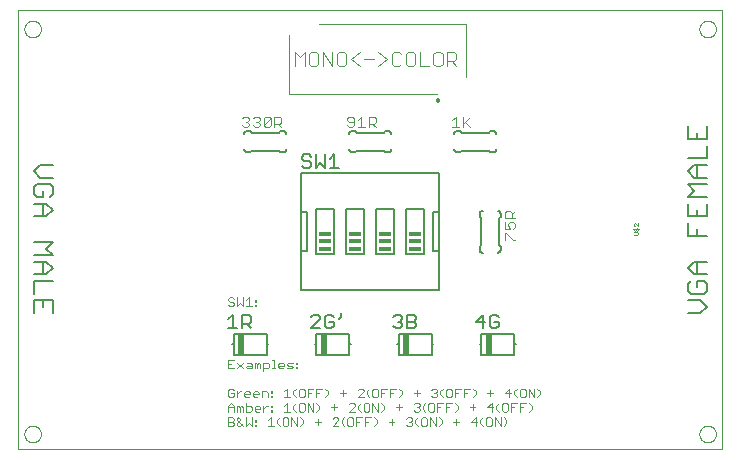
<source format=gto>
G75*
%MOIN*%
%OFA0B0*%
%FSLAX25Y25*%
%IPPOS*%
%LPD*%
%AMOC8*
5,1,8,0,0,1.08239X$1,22.5*
%
%ADD10C,0.00000*%
%ADD11C,0.00300*%
%ADD12C,0.00600*%
%ADD13C,0.00500*%
%ADD14R,0.04000X0.01500*%
%ADD15C,0.00200*%
%ADD16C,0.00400*%
%ADD17C,0.00394*%
%ADD18C,0.00787*%
%ADD19R,0.02000X0.07000*%
D10*
X0025955Y0001800D02*
X0025955Y0148001D01*
X0260876Y0148001D01*
X0260876Y0001800D01*
X0025955Y0001800D01*
X0028199Y0006800D02*
X0028201Y0006905D01*
X0028207Y0007010D01*
X0028217Y0007114D01*
X0028231Y0007218D01*
X0028249Y0007322D01*
X0028271Y0007424D01*
X0028296Y0007526D01*
X0028326Y0007627D01*
X0028359Y0007726D01*
X0028396Y0007824D01*
X0028437Y0007921D01*
X0028482Y0008016D01*
X0028530Y0008109D01*
X0028581Y0008201D01*
X0028637Y0008290D01*
X0028695Y0008377D01*
X0028757Y0008462D01*
X0028821Y0008545D01*
X0028889Y0008625D01*
X0028960Y0008702D01*
X0029034Y0008776D01*
X0029111Y0008848D01*
X0029190Y0008917D01*
X0029272Y0008982D01*
X0029356Y0009045D01*
X0029443Y0009104D01*
X0029532Y0009160D01*
X0029623Y0009213D01*
X0029716Y0009262D01*
X0029810Y0009307D01*
X0029906Y0009349D01*
X0030004Y0009387D01*
X0030103Y0009421D01*
X0030204Y0009452D01*
X0030305Y0009478D01*
X0030408Y0009501D01*
X0030511Y0009520D01*
X0030615Y0009535D01*
X0030719Y0009546D01*
X0030824Y0009553D01*
X0030929Y0009556D01*
X0031034Y0009555D01*
X0031139Y0009550D01*
X0031243Y0009541D01*
X0031347Y0009528D01*
X0031451Y0009511D01*
X0031554Y0009490D01*
X0031656Y0009465D01*
X0031757Y0009437D01*
X0031856Y0009404D01*
X0031955Y0009368D01*
X0032052Y0009328D01*
X0032147Y0009285D01*
X0032241Y0009237D01*
X0032333Y0009187D01*
X0032423Y0009133D01*
X0032511Y0009075D01*
X0032596Y0009014D01*
X0032679Y0008950D01*
X0032760Y0008883D01*
X0032838Y0008813D01*
X0032913Y0008739D01*
X0032985Y0008664D01*
X0033055Y0008585D01*
X0033121Y0008504D01*
X0033185Y0008420D01*
X0033245Y0008334D01*
X0033301Y0008246D01*
X0033355Y0008155D01*
X0033405Y0008063D01*
X0033451Y0007969D01*
X0033494Y0007873D01*
X0033533Y0007775D01*
X0033568Y0007677D01*
X0033599Y0007576D01*
X0033627Y0007475D01*
X0033651Y0007373D01*
X0033671Y0007270D01*
X0033687Y0007166D01*
X0033699Y0007062D01*
X0033707Y0006957D01*
X0033711Y0006852D01*
X0033711Y0006748D01*
X0033707Y0006643D01*
X0033699Y0006538D01*
X0033687Y0006434D01*
X0033671Y0006330D01*
X0033651Y0006227D01*
X0033627Y0006125D01*
X0033599Y0006024D01*
X0033568Y0005923D01*
X0033533Y0005825D01*
X0033494Y0005727D01*
X0033451Y0005631D01*
X0033405Y0005537D01*
X0033355Y0005445D01*
X0033301Y0005354D01*
X0033245Y0005266D01*
X0033185Y0005180D01*
X0033121Y0005096D01*
X0033055Y0005015D01*
X0032985Y0004936D01*
X0032913Y0004861D01*
X0032838Y0004787D01*
X0032760Y0004717D01*
X0032679Y0004650D01*
X0032596Y0004586D01*
X0032511Y0004525D01*
X0032423Y0004467D01*
X0032333Y0004413D01*
X0032241Y0004363D01*
X0032147Y0004315D01*
X0032052Y0004272D01*
X0031955Y0004232D01*
X0031856Y0004196D01*
X0031757Y0004163D01*
X0031656Y0004135D01*
X0031554Y0004110D01*
X0031451Y0004089D01*
X0031347Y0004072D01*
X0031243Y0004059D01*
X0031139Y0004050D01*
X0031034Y0004045D01*
X0030929Y0004044D01*
X0030824Y0004047D01*
X0030719Y0004054D01*
X0030615Y0004065D01*
X0030511Y0004080D01*
X0030408Y0004099D01*
X0030305Y0004122D01*
X0030204Y0004148D01*
X0030103Y0004179D01*
X0030004Y0004213D01*
X0029906Y0004251D01*
X0029810Y0004293D01*
X0029716Y0004338D01*
X0029623Y0004387D01*
X0029532Y0004440D01*
X0029443Y0004496D01*
X0029356Y0004555D01*
X0029272Y0004618D01*
X0029190Y0004683D01*
X0029111Y0004752D01*
X0029034Y0004824D01*
X0028960Y0004898D01*
X0028889Y0004975D01*
X0028821Y0005055D01*
X0028757Y0005138D01*
X0028695Y0005223D01*
X0028637Y0005310D01*
X0028581Y0005399D01*
X0028530Y0005491D01*
X0028482Y0005584D01*
X0028437Y0005679D01*
X0028396Y0005776D01*
X0028359Y0005874D01*
X0028326Y0005973D01*
X0028296Y0006074D01*
X0028271Y0006176D01*
X0028249Y0006278D01*
X0028231Y0006382D01*
X0028217Y0006486D01*
X0028207Y0006590D01*
X0028201Y0006695D01*
X0028199Y0006800D01*
X0253199Y0006800D02*
X0253201Y0006905D01*
X0253207Y0007010D01*
X0253217Y0007114D01*
X0253231Y0007218D01*
X0253249Y0007322D01*
X0253271Y0007424D01*
X0253296Y0007526D01*
X0253326Y0007627D01*
X0253359Y0007726D01*
X0253396Y0007824D01*
X0253437Y0007921D01*
X0253482Y0008016D01*
X0253530Y0008109D01*
X0253581Y0008201D01*
X0253637Y0008290D01*
X0253695Y0008377D01*
X0253757Y0008462D01*
X0253821Y0008545D01*
X0253889Y0008625D01*
X0253960Y0008702D01*
X0254034Y0008776D01*
X0254111Y0008848D01*
X0254190Y0008917D01*
X0254272Y0008982D01*
X0254356Y0009045D01*
X0254443Y0009104D01*
X0254532Y0009160D01*
X0254623Y0009213D01*
X0254716Y0009262D01*
X0254810Y0009307D01*
X0254906Y0009349D01*
X0255004Y0009387D01*
X0255103Y0009421D01*
X0255204Y0009452D01*
X0255305Y0009478D01*
X0255408Y0009501D01*
X0255511Y0009520D01*
X0255615Y0009535D01*
X0255719Y0009546D01*
X0255824Y0009553D01*
X0255929Y0009556D01*
X0256034Y0009555D01*
X0256139Y0009550D01*
X0256243Y0009541D01*
X0256347Y0009528D01*
X0256451Y0009511D01*
X0256554Y0009490D01*
X0256656Y0009465D01*
X0256757Y0009437D01*
X0256856Y0009404D01*
X0256955Y0009368D01*
X0257052Y0009328D01*
X0257147Y0009285D01*
X0257241Y0009237D01*
X0257333Y0009187D01*
X0257423Y0009133D01*
X0257511Y0009075D01*
X0257596Y0009014D01*
X0257679Y0008950D01*
X0257760Y0008883D01*
X0257838Y0008813D01*
X0257913Y0008739D01*
X0257985Y0008664D01*
X0258055Y0008585D01*
X0258121Y0008504D01*
X0258185Y0008420D01*
X0258245Y0008334D01*
X0258301Y0008246D01*
X0258355Y0008155D01*
X0258405Y0008063D01*
X0258451Y0007969D01*
X0258494Y0007873D01*
X0258533Y0007775D01*
X0258568Y0007677D01*
X0258599Y0007576D01*
X0258627Y0007475D01*
X0258651Y0007373D01*
X0258671Y0007270D01*
X0258687Y0007166D01*
X0258699Y0007062D01*
X0258707Y0006957D01*
X0258711Y0006852D01*
X0258711Y0006748D01*
X0258707Y0006643D01*
X0258699Y0006538D01*
X0258687Y0006434D01*
X0258671Y0006330D01*
X0258651Y0006227D01*
X0258627Y0006125D01*
X0258599Y0006024D01*
X0258568Y0005923D01*
X0258533Y0005825D01*
X0258494Y0005727D01*
X0258451Y0005631D01*
X0258405Y0005537D01*
X0258355Y0005445D01*
X0258301Y0005354D01*
X0258245Y0005266D01*
X0258185Y0005180D01*
X0258121Y0005096D01*
X0258055Y0005015D01*
X0257985Y0004936D01*
X0257913Y0004861D01*
X0257838Y0004787D01*
X0257760Y0004717D01*
X0257679Y0004650D01*
X0257596Y0004586D01*
X0257511Y0004525D01*
X0257423Y0004467D01*
X0257333Y0004413D01*
X0257241Y0004363D01*
X0257147Y0004315D01*
X0257052Y0004272D01*
X0256955Y0004232D01*
X0256856Y0004196D01*
X0256757Y0004163D01*
X0256656Y0004135D01*
X0256554Y0004110D01*
X0256451Y0004089D01*
X0256347Y0004072D01*
X0256243Y0004059D01*
X0256139Y0004050D01*
X0256034Y0004045D01*
X0255929Y0004044D01*
X0255824Y0004047D01*
X0255719Y0004054D01*
X0255615Y0004065D01*
X0255511Y0004080D01*
X0255408Y0004099D01*
X0255305Y0004122D01*
X0255204Y0004148D01*
X0255103Y0004179D01*
X0255004Y0004213D01*
X0254906Y0004251D01*
X0254810Y0004293D01*
X0254716Y0004338D01*
X0254623Y0004387D01*
X0254532Y0004440D01*
X0254443Y0004496D01*
X0254356Y0004555D01*
X0254272Y0004618D01*
X0254190Y0004683D01*
X0254111Y0004752D01*
X0254034Y0004824D01*
X0253960Y0004898D01*
X0253889Y0004975D01*
X0253821Y0005055D01*
X0253757Y0005138D01*
X0253695Y0005223D01*
X0253637Y0005310D01*
X0253581Y0005399D01*
X0253530Y0005491D01*
X0253482Y0005584D01*
X0253437Y0005679D01*
X0253396Y0005776D01*
X0253359Y0005874D01*
X0253326Y0005973D01*
X0253296Y0006074D01*
X0253271Y0006176D01*
X0253249Y0006278D01*
X0253231Y0006382D01*
X0253217Y0006486D01*
X0253207Y0006590D01*
X0253201Y0006695D01*
X0253199Y0006800D01*
X0253199Y0141800D02*
X0253201Y0141905D01*
X0253207Y0142010D01*
X0253217Y0142114D01*
X0253231Y0142218D01*
X0253249Y0142322D01*
X0253271Y0142424D01*
X0253296Y0142526D01*
X0253326Y0142627D01*
X0253359Y0142726D01*
X0253396Y0142824D01*
X0253437Y0142921D01*
X0253482Y0143016D01*
X0253530Y0143109D01*
X0253581Y0143201D01*
X0253637Y0143290D01*
X0253695Y0143377D01*
X0253757Y0143462D01*
X0253821Y0143545D01*
X0253889Y0143625D01*
X0253960Y0143702D01*
X0254034Y0143776D01*
X0254111Y0143848D01*
X0254190Y0143917D01*
X0254272Y0143982D01*
X0254356Y0144045D01*
X0254443Y0144104D01*
X0254532Y0144160D01*
X0254623Y0144213D01*
X0254716Y0144262D01*
X0254810Y0144307D01*
X0254906Y0144349D01*
X0255004Y0144387D01*
X0255103Y0144421D01*
X0255204Y0144452D01*
X0255305Y0144478D01*
X0255408Y0144501D01*
X0255511Y0144520D01*
X0255615Y0144535D01*
X0255719Y0144546D01*
X0255824Y0144553D01*
X0255929Y0144556D01*
X0256034Y0144555D01*
X0256139Y0144550D01*
X0256243Y0144541D01*
X0256347Y0144528D01*
X0256451Y0144511D01*
X0256554Y0144490D01*
X0256656Y0144465D01*
X0256757Y0144437D01*
X0256856Y0144404D01*
X0256955Y0144368D01*
X0257052Y0144328D01*
X0257147Y0144285D01*
X0257241Y0144237D01*
X0257333Y0144187D01*
X0257423Y0144133D01*
X0257511Y0144075D01*
X0257596Y0144014D01*
X0257679Y0143950D01*
X0257760Y0143883D01*
X0257838Y0143813D01*
X0257913Y0143739D01*
X0257985Y0143664D01*
X0258055Y0143585D01*
X0258121Y0143504D01*
X0258185Y0143420D01*
X0258245Y0143334D01*
X0258301Y0143246D01*
X0258355Y0143155D01*
X0258405Y0143063D01*
X0258451Y0142969D01*
X0258494Y0142873D01*
X0258533Y0142775D01*
X0258568Y0142677D01*
X0258599Y0142576D01*
X0258627Y0142475D01*
X0258651Y0142373D01*
X0258671Y0142270D01*
X0258687Y0142166D01*
X0258699Y0142062D01*
X0258707Y0141957D01*
X0258711Y0141852D01*
X0258711Y0141748D01*
X0258707Y0141643D01*
X0258699Y0141538D01*
X0258687Y0141434D01*
X0258671Y0141330D01*
X0258651Y0141227D01*
X0258627Y0141125D01*
X0258599Y0141024D01*
X0258568Y0140923D01*
X0258533Y0140825D01*
X0258494Y0140727D01*
X0258451Y0140631D01*
X0258405Y0140537D01*
X0258355Y0140445D01*
X0258301Y0140354D01*
X0258245Y0140266D01*
X0258185Y0140180D01*
X0258121Y0140096D01*
X0258055Y0140015D01*
X0257985Y0139936D01*
X0257913Y0139861D01*
X0257838Y0139787D01*
X0257760Y0139717D01*
X0257679Y0139650D01*
X0257596Y0139586D01*
X0257511Y0139525D01*
X0257423Y0139467D01*
X0257333Y0139413D01*
X0257241Y0139363D01*
X0257147Y0139315D01*
X0257052Y0139272D01*
X0256955Y0139232D01*
X0256856Y0139196D01*
X0256757Y0139163D01*
X0256656Y0139135D01*
X0256554Y0139110D01*
X0256451Y0139089D01*
X0256347Y0139072D01*
X0256243Y0139059D01*
X0256139Y0139050D01*
X0256034Y0139045D01*
X0255929Y0139044D01*
X0255824Y0139047D01*
X0255719Y0139054D01*
X0255615Y0139065D01*
X0255511Y0139080D01*
X0255408Y0139099D01*
X0255305Y0139122D01*
X0255204Y0139148D01*
X0255103Y0139179D01*
X0255004Y0139213D01*
X0254906Y0139251D01*
X0254810Y0139293D01*
X0254716Y0139338D01*
X0254623Y0139387D01*
X0254532Y0139440D01*
X0254443Y0139496D01*
X0254356Y0139555D01*
X0254272Y0139618D01*
X0254190Y0139683D01*
X0254111Y0139752D01*
X0254034Y0139824D01*
X0253960Y0139898D01*
X0253889Y0139975D01*
X0253821Y0140055D01*
X0253757Y0140138D01*
X0253695Y0140223D01*
X0253637Y0140310D01*
X0253581Y0140399D01*
X0253530Y0140491D01*
X0253482Y0140584D01*
X0253437Y0140679D01*
X0253396Y0140776D01*
X0253359Y0140874D01*
X0253326Y0140973D01*
X0253296Y0141074D01*
X0253271Y0141176D01*
X0253249Y0141278D01*
X0253231Y0141382D01*
X0253217Y0141486D01*
X0253207Y0141590D01*
X0253201Y0141695D01*
X0253199Y0141800D01*
X0028199Y0141800D02*
X0028201Y0141905D01*
X0028207Y0142010D01*
X0028217Y0142114D01*
X0028231Y0142218D01*
X0028249Y0142322D01*
X0028271Y0142424D01*
X0028296Y0142526D01*
X0028326Y0142627D01*
X0028359Y0142726D01*
X0028396Y0142824D01*
X0028437Y0142921D01*
X0028482Y0143016D01*
X0028530Y0143109D01*
X0028581Y0143201D01*
X0028637Y0143290D01*
X0028695Y0143377D01*
X0028757Y0143462D01*
X0028821Y0143545D01*
X0028889Y0143625D01*
X0028960Y0143702D01*
X0029034Y0143776D01*
X0029111Y0143848D01*
X0029190Y0143917D01*
X0029272Y0143982D01*
X0029356Y0144045D01*
X0029443Y0144104D01*
X0029532Y0144160D01*
X0029623Y0144213D01*
X0029716Y0144262D01*
X0029810Y0144307D01*
X0029906Y0144349D01*
X0030004Y0144387D01*
X0030103Y0144421D01*
X0030204Y0144452D01*
X0030305Y0144478D01*
X0030408Y0144501D01*
X0030511Y0144520D01*
X0030615Y0144535D01*
X0030719Y0144546D01*
X0030824Y0144553D01*
X0030929Y0144556D01*
X0031034Y0144555D01*
X0031139Y0144550D01*
X0031243Y0144541D01*
X0031347Y0144528D01*
X0031451Y0144511D01*
X0031554Y0144490D01*
X0031656Y0144465D01*
X0031757Y0144437D01*
X0031856Y0144404D01*
X0031955Y0144368D01*
X0032052Y0144328D01*
X0032147Y0144285D01*
X0032241Y0144237D01*
X0032333Y0144187D01*
X0032423Y0144133D01*
X0032511Y0144075D01*
X0032596Y0144014D01*
X0032679Y0143950D01*
X0032760Y0143883D01*
X0032838Y0143813D01*
X0032913Y0143739D01*
X0032985Y0143664D01*
X0033055Y0143585D01*
X0033121Y0143504D01*
X0033185Y0143420D01*
X0033245Y0143334D01*
X0033301Y0143246D01*
X0033355Y0143155D01*
X0033405Y0143063D01*
X0033451Y0142969D01*
X0033494Y0142873D01*
X0033533Y0142775D01*
X0033568Y0142677D01*
X0033599Y0142576D01*
X0033627Y0142475D01*
X0033651Y0142373D01*
X0033671Y0142270D01*
X0033687Y0142166D01*
X0033699Y0142062D01*
X0033707Y0141957D01*
X0033711Y0141852D01*
X0033711Y0141748D01*
X0033707Y0141643D01*
X0033699Y0141538D01*
X0033687Y0141434D01*
X0033671Y0141330D01*
X0033651Y0141227D01*
X0033627Y0141125D01*
X0033599Y0141024D01*
X0033568Y0140923D01*
X0033533Y0140825D01*
X0033494Y0140727D01*
X0033451Y0140631D01*
X0033405Y0140537D01*
X0033355Y0140445D01*
X0033301Y0140354D01*
X0033245Y0140266D01*
X0033185Y0140180D01*
X0033121Y0140096D01*
X0033055Y0140015D01*
X0032985Y0139936D01*
X0032913Y0139861D01*
X0032838Y0139787D01*
X0032760Y0139717D01*
X0032679Y0139650D01*
X0032596Y0139586D01*
X0032511Y0139525D01*
X0032423Y0139467D01*
X0032333Y0139413D01*
X0032241Y0139363D01*
X0032147Y0139315D01*
X0032052Y0139272D01*
X0031955Y0139232D01*
X0031856Y0139196D01*
X0031757Y0139163D01*
X0031656Y0139135D01*
X0031554Y0139110D01*
X0031451Y0139089D01*
X0031347Y0139072D01*
X0031243Y0139059D01*
X0031139Y0139050D01*
X0031034Y0139045D01*
X0030929Y0139044D01*
X0030824Y0139047D01*
X0030719Y0139054D01*
X0030615Y0139065D01*
X0030511Y0139080D01*
X0030408Y0139099D01*
X0030305Y0139122D01*
X0030204Y0139148D01*
X0030103Y0139179D01*
X0030004Y0139213D01*
X0029906Y0139251D01*
X0029810Y0139293D01*
X0029716Y0139338D01*
X0029623Y0139387D01*
X0029532Y0139440D01*
X0029443Y0139496D01*
X0029356Y0139555D01*
X0029272Y0139618D01*
X0029190Y0139683D01*
X0029111Y0139752D01*
X0029034Y0139824D01*
X0028960Y0139898D01*
X0028889Y0139975D01*
X0028821Y0140055D01*
X0028757Y0140138D01*
X0028695Y0140223D01*
X0028637Y0140310D01*
X0028581Y0140399D01*
X0028530Y0140491D01*
X0028482Y0140584D01*
X0028437Y0140679D01*
X0028396Y0140776D01*
X0028359Y0140874D01*
X0028326Y0140973D01*
X0028296Y0141074D01*
X0028271Y0141176D01*
X0028249Y0141278D01*
X0028231Y0141382D01*
X0028217Y0141486D01*
X0028207Y0141590D01*
X0028201Y0141695D01*
X0028199Y0141800D01*
D11*
X0096589Y0052352D02*
X0096105Y0051869D01*
X0096105Y0051385D01*
X0096589Y0050901D01*
X0097556Y0050901D01*
X0098040Y0050417D01*
X0098040Y0049934D01*
X0097556Y0049450D01*
X0096589Y0049450D01*
X0096105Y0049934D01*
X0099052Y0049450D02*
X0100019Y0050417D01*
X0100987Y0049450D01*
X0100987Y0052352D01*
X0101998Y0051385D02*
X0102966Y0052352D01*
X0102966Y0049450D01*
X0103933Y0049450D02*
X0101998Y0049450D01*
X0099052Y0049450D02*
X0099052Y0052352D01*
X0098040Y0051869D02*
X0097556Y0052352D01*
X0096589Y0052352D01*
X0104945Y0051385D02*
X0104945Y0050901D01*
X0105428Y0050901D01*
X0105428Y0051385D01*
X0104945Y0051385D01*
X0104945Y0049934D02*
X0104945Y0049450D01*
X0105428Y0049450D01*
X0105428Y0049934D01*
X0104945Y0049934D01*
X0110838Y0031552D02*
X0111321Y0031552D01*
X0111321Y0028650D01*
X0110838Y0028650D02*
X0111805Y0028650D01*
X0112802Y0029134D02*
X0112802Y0030101D01*
X0113286Y0030585D01*
X0114253Y0030585D01*
X0114737Y0030101D01*
X0114737Y0029617D01*
X0112802Y0029617D01*
X0112802Y0029134D02*
X0113286Y0028650D01*
X0114253Y0028650D01*
X0115749Y0028650D02*
X0117200Y0028650D01*
X0117684Y0029134D01*
X0117200Y0029617D01*
X0116232Y0029617D01*
X0115749Y0030101D01*
X0116232Y0030585D01*
X0117684Y0030585D01*
X0118695Y0030585D02*
X0118695Y0030101D01*
X0119179Y0030101D01*
X0119179Y0030585D01*
X0118695Y0030585D01*
X0118695Y0029134D02*
X0118695Y0028650D01*
X0119179Y0028650D01*
X0119179Y0029134D01*
X0118695Y0029134D01*
X0109826Y0029134D02*
X0109342Y0028650D01*
X0107891Y0028650D01*
X0107891Y0027683D02*
X0107891Y0030585D01*
X0109342Y0030585D01*
X0109826Y0030101D01*
X0109826Y0029134D01*
X0106880Y0028650D02*
X0106880Y0030101D01*
X0106396Y0030585D01*
X0105912Y0030101D01*
X0105912Y0028650D01*
X0104945Y0028650D02*
X0104945Y0030585D01*
X0105428Y0030585D01*
X0105912Y0030101D01*
X0103933Y0030101D02*
X0103933Y0028650D01*
X0102482Y0028650D01*
X0101998Y0029134D01*
X0102482Y0029617D01*
X0103933Y0029617D01*
X0103933Y0030101D02*
X0103449Y0030585D01*
X0102482Y0030585D01*
X0100987Y0030585D02*
X0099052Y0028650D01*
X0098040Y0028650D02*
X0096105Y0028650D01*
X0096105Y0031552D01*
X0098040Y0031552D01*
X0099052Y0030585D02*
X0100987Y0028650D01*
X0097073Y0030101D02*
X0096105Y0030101D01*
X0096589Y0021952D02*
X0096105Y0021469D01*
X0096105Y0019534D01*
X0096589Y0019050D01*
X0097556Y0019050D01*
X0098040Y0019534D01*
X0098040Y0020501D01*
X0097073Y0020501D01*
X0098040Y0021469D02*
X0097556Y0021952D01*
X0096589Y0021952D01*
X0099052Y0020985D02*
X0099052Y0019050D01*
X0099052Y0020017D02*
X0100019Y0020985D01*
X0100503Y0020985D01*
X0101507Y0020501D02*
X0101991Y0020985D01*
X0102958Y0020985D01*
X0103442Y0020501D01*
X0103442Y0020017D01*
X0101507Y0020017D01*
X0101507Y0019534D02*
X0101507Y0020501D01*
X0101507Y0019534D02*
X0101991Y0019050D01*
X0102958Y0019050D01*
X0104454Y0019534D02*
X0104454Y0020501D01*
X0104937Y0020985D01*
X0105905Y0020985D01*
X0106389Y0020501D01*
X0106389Y0020017D01*
X0104454Y0020017D01*
X0104454Y0019534D02*
X0104937Y0019050D01*
X0105905Y0019050D01*
X0107400Y0019050D02*
X0107400Y0020985D01*
X0108851Y0020985D01*
X0109335Y0020501D01*
X0109335Y0019050D01*
X0110347Y0019050D02*
X0110347Y0019534D01*
X0110830Y0019534D01*
X0110830Y0019050D01*
X0110347Y0019050D01*
X0110347Y0020501D02*
X0110347Y0020985D01*
X0110830Y0020985D01*
X0110830Y0020501D01*
X0110347Y0020501D01*
X0114766Y0020985D02*
X0115734Y0021952D01*
X0115734Y0019050D01*
X0116701Y0019050D02*
X0114766Y0019050D01*
X0115734Y0017152D02*
X0115734Y0014250D01*
X0116701Y0014250D02*
X0114766Y0014250D01*
X0114759Y0012352D02*
X0114275Y0011869D01*
X0114275Y0009934D01*
X0114759Y0009450D01*
X0115727Y0009450D01*
X0116210Y0009934D01*
X0116210Y0011869D01*
X0115727Y0012352D01*
X0114759Y0012352D01*
X0113278Y0012352D02*
X0112311Y0011385D01*
X0112311Y0010417D01*
X0113278Y0009450D01*
X0111299Y0009450D02*
X0109364Y0009450D01*
X0110332Y0009450D02*
X0110332Y0012352D01*
X0109364Y0011385D01*
X0110347Y0014250D02*
X0110347Y0014734D01*
X0110830Y0014734D01*
X0110830Y0014250D01*
X0110347Y0014250D01*
X0110347Y0015701D02*
X0110347Y0016185D01*
X0110830Y0016185D01*
X0110830Y0015701D01*
X0110347Y0015701D01*
X0109342Y0016185D02*
X0108859Y0016185D01*
X0107891Y0015217D01*
X0107891Y0014250D02*
X0107891Y0016185D01*
X0106880Y0015701D02*
X0106880Y0015217D01*
X0104945Y0015217D01*
X0104945Y0014734D02*
X0104945Y0015701D01*
X0105428Y0016185D01*
X0106396Y0016185D01*
X0106880Y0015701D01*
X0106396Y0014250D02*
X0105428Y0014250D01*
X0104945Y0014734D01*
X0103933Y0014734D02*
X0103933Y0015701D01*
X0103449Y0016185D01*
X0101998Y0016185D01*
X0101998Y0017152D02*
X0101998Y0014250D01*
X0103449Y0014250D01*
X0103933Y0014734D01*
X0103933Y0012352D02*
X0103933Y0009450D01*
X0102966Y0010417D01*
X0101998Y0009450D01*
X0101998Y0012352D01*
X0100019Y0011869D02*
X0099535Y0012352D01*
X0099052Y0011869D01*
X0099052Y0011385D01*
X0100987Y0009450D01*
X0100987Y0010417D02*
X0100019Y0009450D01*
X0099535Y0009450D01*
X0099052Y0009934D01*
X0099052Y0010417D01*
X0100019Y0011385D01*
X0100019Y0011869D01*
X0098040Y0011869D02*
X0098040Y0011385D01*
X0097556Y0010901D01*
X0096105Y0010901D01*
X0096105Y0009450D02*
X0097556Y0009450D01*
X0098040Y0009934D01*
X0098040Y0010417D01*
X0097556Y0010901D01*
X0098040Y0011869D02*
X0097556Y0012352D01*
X0096105Y0012352D01*
X0096105Y0009450D01*
X0096105Y0014250D02*
X0096105Y0016185D01*
X0097073Y0017152D01*
X0098040Y0016185D01*
X0098040Y0014250D01*
X0099052Y0014250D02*
X0099052Y0016185D01*
X0099535Y0016185D01*
X0100019Y0015701D01*
X0100503Y0016185D01*
X0100987Y0015701D01*
X0100987Y0014250D01*
X0100019Y0014250D02*
X0100019Y0015701D01*
X0098040Y0015701D02*
X0096105Y0015701D01*
X0104945Y0011385D02*
X0104945Y0010901D01*
X0105428Y0010901D01*
X0105428Y0011385D01*
X0104945Y0011385D01*
X0104945Y0009934D02*
X0104945Y0009450D01*
X0105428Y0009450D01*
X0105428Y0009934D01*
X0104945Y0009934D01*
X0114766Y0016185D02*
X0115734Y0017152D01*
X0117713Y0016185D02*
X0118680Y0017152D01*
X0119677Y0016669D02*
X0120161Y0017152D01*
X0121128Y0017152D01*
X0121612Y0016669D01*
X0121612Y0014734D01*
X0121128Y0014250D01*
X0120161Y0014250D01*
X0119677Y0014734D01*
X0119677Y0016669D01*
X0117713Y0016185D02*
X0117713Y0015217D01*
X0118680Y0014250D01*
X0119157Y0012352D02*
X0119157Y0009450D01*
X0117222Y0012352D01*
X0117222Y0009450D01*
X0120168Y0009450D02*
X0121136Y0010417D01*
X0121136Y0011385D01*
X0120168Y0012352D01*
X0122624Y0014250D02*
X0122624Y0017152D01*
X0124559Y0014250D01*
X0124559Y0017152D01*
X0125570Y0017152D02*
X0126538Y0016185D01*
X0126538Y0015217D01*
X0125570Y0014250D01*
X0126047Y0011869D02*
X0126047Y0009934D01*
X0127014Y0010901D02*
X0125079Y0010901D01*
X0130972Y0011869D02*
X0131456Y0012352D01*
X0132423Y0012352D01*
X0132907Y0011869D01*
X0132907Y0011385D01*
X0130972Y0009450D01*
X0132907Y0009450D01*
X0133919Y0010417D02*
X0133919Y0011385D01*
X0134886Y0012352D01*
X0135883Y0011869D02*
X0136367Y0012352D01*
X0137334Y0012352D01*
X0137818Y0011869D01*
X0137818Y0009934D01*
X0137334Y0009450D01*
X0136367Y0009450D01*
X0135883Y0009934D01*
X0135883Y0011869D01*
X0133919Y0010417D02*
X0134886Y0009450D01*
X0138830Y0009450D02*
X0138830Y0012352D01*
X0140765Y0012352D01*
X0141776Y0012352D02*
X0143711Y0012352D01*
X0144723Y0012352D02*
X0145690Y0011385D01*
X0145690Y0010417D01*
X0144723Y0009450D01*
X0142744Y0010901D02*
X0141776Y0010901D01*
X0141776Y0009450D02*
X0141776Y0012352D01*
X0141769Y0014250D02*
X0142736Y0014250D01*
X0143220Y0014734D01*
X0143220Y0016669D01*
X0142736Y0017152D01*
X0141769Y0017152D01*
X0141285Y0016669D01*
X0141285Y0014734D01*
X0141769Y0014250D01*
X0140288Y0014250D02*
X0139321Y0015217D01*
X0139321Y0016185D01*
X0140288Y0017152D01*
X0138309Y0016669D02*
X0137825Y0017152D01*
X0136858Y0017152D01*
X0136374Y0016669D01*
X0138309Y0016669D02*
X0138309Y0016185D01*
X0136374Y0014250D01*
X0138309Y0014250D01*
X0138830Y0010901D02*
X0139797Y0010901D01*
X0144232Y0014250D02*
X0144232Y0017152D01*
X0146167Y0014250D01*
X0146167Y0017152D01*
X0147178Y0017152D02*
X0148146Y0016185D01*
X0148146Y0015217D01*
X0147178Y0014250D01*
X0149634Y0010901D02*
X0151569Y0010901D01*
X0150601Y0011869D02*
X0150601Y0009934D01*
X0155527Y0009934D02*
X0156010Y0009450D01*
X0156978Y0009450D01*
X0157462Y0009934D01*
X0157462Y0010417D01*
X0156978Y0010901D01*
X0156494Y0010901D01*
X0156978Y0010901D02*
X0157462Y0011385D01*
X0157462Y0011869D01*
X0156978Y0012352D01*
X0156010Y0012352D01*
X0155527Y0011869D01*
X0158473Y0011385D02*
X0158473Y0010417D01*
X0159441Y0009450D01*
X0160437Y0009934D02*
X0160921Y0009450D01*
X0161889Y0009450D01*
X0162372Y0009934D01*
X0162372Y0011869D01*
X0161889Y0012352D01*
X0160921Y0012352D01*
X0160437Y0011869D01*
X0160437Y0009934D01*
X0158473Y0011385D02*
X0159441Y0012352D01*
X0159433Y0014250D02*
X0158466Y0014250D01*
X0157982Y0014734D01*
X0158949Y0015701D02*
X0159433Y0015701D01*
X0159917Y0015217D01*
X0159917Y0014734D01*
X0159433Y0014250D01*
X0159433Y0015701D02*
X0159917Y0016185D01*
X0159917Y0016669D01*
X0159433Y0017152D01*
X0158466Y0017152D01*
X0157982Y0016669D01*
X0160929Y0016185D02*
X0161896Y0017152D01*
X0162893Y0016669D02*
X0163377Y0017152D01*
X0164344Y0017152D01*
X0164828Y0016669D01*
X0164828Y0014734D01*
X0164344Y0014250D01*
X0163377Y0014250D01*
X0162893Y0014734D01*
X0162893Y0016669D01*
X0160929Y0016185D02*
X0160929Y0015217D01*
X0161896Y0014250D01*
X0163384Y0012352D02*
X0165319Y0009450D01*
X0165319Y0012352D01*
X0166330Y0012352D02*
X0167298Y0011385D01*
X0167298Y0010417D01*
X0166330Y0009450D01*
X0163384Y0009450D02*
X0163384Y0012352D01*
X0165839Y0014250D02*
X0165839Y0017152D01*
X0167774Y0017152D01*
X0168786Y0017152D02*
X0170721Y0017152D01*
X0171732Y0017152D02*
X0172700Y0016185D01*
X0172700Y0015217D01*
X0171732Y0014250D01*
X0169753Y0015701D02*
X0168786Y0015701D01*
X0168786Y0014250D02*
X0168786Y0017152D01*
X0169270Y0019050D02*
X0170237Y0019050D01*
X0170721Y0019534D01*
X0170721Y0021469D01*
X0170237Y0021952D01*
X0169270Y0021952D01*
X0168786Y0021469D01*
X0168786Y0019534D01*
X0169270Y0019050D01*
X0167789Y0019050D02*
X0166822Y0020017D01*
X0166822Y0020985D01*
X0167789Y0021952D01*
X0165810Y0021469D02*
X0165810Y0020985D01*
X0165326Y0020501D01*
X0165810Y0020017D01*
X0165810Y0019534D01*
X0165326Y0019050D01*
X0164359Y0019050D01*
X0163875Y0019534D01*
X0164843Y0020501D02*
X0165326Y0020501D01*
X0165810Y0021469D02*
X0165326Y0021952D01*
X0164359Y0021952D01*
X0163875Y0021469D01*
X0159917Y0020501D02*
X0157982Y0020501D01*
X0158949Y0019534D02*
X0158949Y0021469D01*
X0154039Y0020985D02*
X0153071Y0021952D01*
X0152060Y0021952D02*
X0150125Y0021952D01*
X0150125Y0019050D01*
X0150125Y0020501D02*
X0151092Y0020501D01*
X0153071Y0019050D02*
X0154039Y0020017D01*
X0154039Y0020985D01*
X0149113Y0021952D02*
X0147178Y0021952D01*
X0147178Y0019050D01*
X0146167Y0019534D02*
X0146167Y0021469D01*
X0145683Y0021952D01*
X0144715Y0021952D01*
X0144232Y0021469D01*
X0144232Y0019534D01*
X0144715Y0019050D01*
X0145683Y0019050D01*
X0146167Y0019534D01*
X0147178Y0020501D02*
X0148146Y0020501D01*
X0143235Y0019050D02*
X0142267Y0020017D01*
X0142267Y0020985D01*
X0143235Y0021952D01*
X0141256Y0021469D02*
X0140772Y0021952D01*
X0139804Y0021952D01*
X0139321Y0021469D01*
X0141256Y0021469D02*
X0141256Y0020985D01*
X0139321Y0019050D01*
X0141256Y0019050D01*
X0135363Y0020501D02*
X0133428Y0020501D01*
X0134395Y0019534D02*
X0134395Y0021469D01*
X0129484Y0020985D02*
X0128517Y0021952D01*
X0127505Y0021952D02*
X0125570Y0021952D01*
X0125570Y0019050D01*
X0125570Y0020501D02*
X0126538Y0020501D01*
X0128517Y0019050D02*
X0129484Y0020017D01*
X0129484Y0020985D01*
X0124559Y0021952D02*
X0122624Y0021952D01*
X0122624Y0019050D01*
X0121612Y0019534D02*
X0121612Y0021469D01*
X0121128Y0021952D01*
X0120161Y0021952D01*
X0119677Y0021469D01*
X0119677Y0019534D01*
X0120161Y0019050D01*
X0121128Y0019050D01*
X0121612Y0019534D01*
X0122624Y0020501D02*
X0123591Y0020501D01*
X0118680Y0019050D02*
X0117713Y0020017D01*
X0117713Y0020985D01*
X0118680Y0021952D01*
X0130481Y0015701D02*
X0132416Y0015701D01*
X0131449Y0014734D02*
X0131449Y0016669D01*
X0152089Y0015701D02*
X0154024Y0015701D01*
X0153056Y0016669D02*
X0153056Y0014734D01*
X0165839Y0015701D02*
X0166807Y0015701D01*
X0171732Y0019050D02*
X0171732Y0021952D01*
X0173667Y0021952D01*
X0174679Y0021952D02*
X0176614Y0021952D01*
X0177625Y0021952D02*
X0178593Y0020985D01*
X0178593Y0020017D01*
X0177625Y0019050D01*
X0175646Y0020501D02*
X0174679Y0020501D01*
X0174679Y0019050D02*
X0174679Y0021952D01*
X0172700Y0020501D02*
X0171732Y0020501D01*
X0176643Y0015701D02*
X0178578Y0015701D01*
X0177611Y0014734D02*
X0177611Y0016669D01*
X0178586Y0012352D02*
X0177134Y0010901D01*
X0179069Y0010901D01*
X0180081Y0010417D02*
X0180081Y0011385D01*
X0181048Y0012352D01*
X0182045Y0011869D02*
X0182529Y0012352D01*
X0183496Y0012352D01*
X0183980Y0011869D01*
X0183980Y0009934D01*
X0183496Y0009450D01*
X0182529Y0009450D01*
X0182045Y0009934D01*
X0182045Y0011869D01*
X0180081Y0010417D02*
X0181048Y0009450D01*
X0178586Y0009450D02*
X0178586Y0012352D01*
X0182536Y0015701D02*
X0184471Y0015701D01*
X0185483Y0015217D02*
X0185483Y0016185D01*
X0186450Y0017152D01*
X0187447Y0016669D02*
X0187447Y0014734D01*
X0187931Y0014250D01*
X0188898Y0014250D01*
X0189382Y0014734D01*
X0189382Y0016669D01*
X0188898Y0017152D01*
X0187931Y0017152D01*
X0187447Y0016669D01*
X0185483Y0015217D02*
X0186450Y0014250D01*
X0186927Y0012352D02*
X0186927Y0009450D01*
X0184992Y0012352D01*
X0184992Y0009450D01*
X0187938Y0009450D02*
X0188906Y0010417D01*
X0188906Y0011385D01*
X0187938Y0012352D01*
X0190394Y0014250D02*
X0190394Y0017152D01*
X0192329Y0017152D01*
X0193340Y0017152D02*
X0195275Y0017152D01*
X0196287Y0017152D02*
X0197254Y0016185D01*
X0197254Y0015217D01*
X0196287Y0014250D01*
X0194308Y0015701D02*
X0193340Y0015701D01*
X0193340Y0014250D02*
X0193340Y0017152D01*
X0193824Y0019050D02*
X0194791Y0019050D01*
X0195275Y0019534D01*
X0195275Y0021469D01*
X0194791Y0021952D01*
X0193824Y0021952D01*
X0193340Y0021469D01*
X0193340Y0019534D01*
X0193824Y0019050D01*
X0192343Y0019050D02*
X0191376Y0020017D01*
X0191376Y0020985D01*
X0192343Y0021952D01*
X0190364Y0020501D02*
X0188429Y0020501D01*
X0189881Y0021952D01*
X0189881Y0019050D01*
X0190394Y0015701D02*
X0191361Y0015701D01*
X0196287Y0019050D02*
X0196287Y0021952D01*
X0198222Y0019050D01*
X0198222Y0021952D01*
X0199233Y0021952D02*
X0200201Y0020985D01*
X0200201Y0020017D01*
X0199233Y0019050D01*
X0184471Y0020501D02*
X0182536Y0020501D01*
X0183504Y0021469D02*
X0183504Y0019534D01*
X0183988Y0017152D02*
X0182536Y0015701D01*
X0183988Y0014250D02*
X0183988Y0017152D01*
X0173176Y0010901D02*
X0171241Y0010901D01*
X0172209Y0011869D02*
X0172209Y0009934D01*
D12*
X0180455Y0033300D02*
X0180455Y0036800D01*
X0180455Y0040300D01*
X0191455Y0040300D01*
X0191455Y0036800D01*
X0191455Y0033300D01*
X0180455Y0033300D01*
X0180455Y0036800D02*
X0179955Y0036800D01*
X0191455Y0036800D02*
X0191955Y0036800D01*
X0164455Y0036800D02*
X0163955Y0036800D01*
X0163955Y0040300D01*
X0152955Y0040300D01*
X0152955Y0036800D01*
X0152955Y0033300D01*
X0163955Y0033300D01*
X0163955Y0036800D01*
X0152955Y0036800D02*
X0152455Y0036800D01*
X0136955Y0036800D02*
X0136455Y0036800D01*
X0136455Y0040300D01*
X0125455Y0040300D01*
X0125455Y0036800D01*
X0125455Y0033300D01*
X0136455Y0033300D01*
X0136455Y0036800D01*
X0125455Y0036800D02*
X0124955Y0036800D01*
X0109455Y0036800D02*
X0108955Y0036800D01*
X0108955Y0040300D01*
X0097955Y0040300D01*
X0097955Y0036800D01*
X0097955Y0033300D01*
X0108955Y0033300D01*
X0108955Y0036800D01*
X0097955Y0036800D02*
X0097455Y0036800D01*
X0120455Y0054800D02*
X0120455Y0067800D01*
X0120455Y0080800D01*
X0122455Y0080800D01*
X0122455Y0067800D01*
X0120455Y0067800D01*
X0125455Y0066800D02*
X0131455Y0066800D01*
X0131455Y0081800D01*
X0125455Y0081800D01*
X0125455Y0066800D01*
X0135455Y0066800D02*
X0141455Y0066800D01*
X0141455Y0081800D01*
X0135455Y0081800D01*
X0135455Y0066800D01*
X0145455Y0066800D02*
X0151455Y0066800D01*
X0151455Y0081800D01*
X0145455Y0081800D01*
X0145455Y0066800D01*
X0155455Y0066800D02*
X0161455Y0066800D01*
X0161455Y0081800D01*
X0155455Y0081800D01*
X0155455Y0066800D01*
X0164455Y0067800D02*
X0166455Y0067800D01*
X0166455Y0080800D01*
X0166455Y0093800D01*
X0120455Y0093800D01*
X0120455Y0080800D01*
X0114455Y0100800D02*
X0113455Y0100800D01*
X0112955Y0101300D01*
X0103955Y0101300D01*
X0103455Y0100800D01*
X0102455Y0100800D01*
X0102395Y0100802D01*
X0102334Y0100807D01*
X0102275Y0100816D01*
X0102216Y0100829D01*
X0102157Y0100845D01*
X0102100Y0100865D01*
X0102045Y0100888D01*
X0101990Y0100915D01*
X0101938Y0100944D01*
X0101887Y0100977D01*
X0101838Y0101013D01*
X0101792Y0101051D01*
X0101748Y0101093D01*
X0101706Y0101137D01*
X0101668Y0101183D01*
X0101632Y0101232D01*
X0101599Y0101283D01*
X0101570Y0101335D01*
X0101543Y0101390D01*
X0101520Y0101445D01*
X0101500Y0101502D01*
X0101484Y0101561D01*
X0101471Y0101620D01*
X0101462Y0101679D01*
X0101457Y0101740D01*
X0101455Y0101800D01*
X0101455Y0106800D02*
X0101457Y0106860D01*
X0101462Y0106921D01*
X0101471Y0106980D01*
X0101484Y0107039D01*
X0101500Y0107098D01*
X0101520Y0107155D01*
X0101543Y0107210D01*
X0101570Y0107265D01*
X0101599Y0107317D01*
X0101632Y0107368D01*
X0101668Y0107417D01*
X0101706Y0107463D01*
X0101748Y0107507D01*
X0101792Y0107549D01*
X0101838Y0107587D01*
X0101887Y0107623D01*
X0101938Y0107656D01*
X0101990Y0107685D01*
X0102045Y0107712D01*
X0102100Y0107735D01*
X0102157Y0107755D01*
X0102216Y0107771D01*
X0102275Y0107784D01*
X0102334Y0107793D01*
X0102395Y0107798D01*
X0102455Y0107800D01*
X0103455Y0107800D01*
X0103955Y0107300D01*
X0112955Y0107300D01*
X0113455Y0107800D01*
X0114455Y0107800D01*
X0114515Y0107798D01*
X0114576Y0107793D01*
X0114635Y0107784D01*
X0114694Y0107771D01*
X0114753Y0107755D01*
X0114810Y0107735D01*
X0114865Y0107712D01*
X0114920Y0107685D01*
X0114972Y0107656D01*
X0115023Y0107623D01*
X0115072Y0107587D01*
X0115118Y0107549D01*
X0115162Y0107507D01*
X0115204Y0107463D01*
X0115242Y0107417D01*
X0115278Y0107368D01*
X0115311Y0107317D01*
X0115340Y0107265D01*
X0115367Y0107210D01*
X0115390Y0107155D01*
X0115410Y0107098D01*
X0115426Y0107039D01*
X0115439Y0106980D01*
X0115448Y0106921D01*
X0115453Y0106860D01*
X0115455Y0106800D01*
X0115455Y0101800D02*
X0115453Y0101740D01*
X0115448Y0101679D01*
X0115439Y0101620D01*
X0115426Y0101561D01*
X0115410Y0101502D01*
X0115390Y0101445D01*
X0115367Y0101390D01*
X0115340Y0101335D01*
X0115311Y0101283D01*
X0115278Y0101232D01*
X0115242Y0101183D01*
X0115204Y0101137D01*
X0115162Y0101093D01*
X0115118Y0101051D01*
X0115072Y0101013D01*
X0115023Y0100977D01*
X0114972Y0100944D01*
X0114920Y0100915D01*
X0114865Y0100888D01*
X0114810Y0100865D01*
X0114753Y0100845D01*
X0114694Y0100829D01*
X0114635Y0100816D01*
X0114576Y0100807D01*
X0114515Y0100802D01*
X0114455Y0100800D01*
X0137455Y0100800D02*
X0138455Y0100800D01*
X0138955Y0101300D01*
X0147955Y0101300D01*
X0148455Y0100800D01*
X0149455Y0100800D01*
X0149515Y0100802D01*
X0149576Y0100807D01*
X0149635Y0100816D01*
X0149694Y0100829D01*
X0149753Y0100845D01*
X0149810Y0100865D01*
X0149865Y0100888D01*
X0149920Y0100915D01*
X0149972Y0100944D01*
X0150023Y0100977D01*
X0150072Y0101013D01*
X0150118Y0101051D01*
X0150162Y0101093D01*
X0150204Y0101137D01*
X0150242Y0101183D01*
X0150278Y0101232D01*
X0150311Y0101283D01*
X0150340Y0101335D01*
X0150367Y0101390D01*
X0150390Y0101445D01*
X0150410Y0101502D01*
X0150426Y0101561D01*
X0150439Y0101620D01*
X0150448Y0101679D01*
X0150453Y0101740D01*
X0150455Y0101800D01*
X0150455Y0106800D02*
X0150453Y0106860D01*
X0150448Y0106921D01*
X0150439Y0106980D01*
X0150426Y0107039D01*
X0150410Y0107098D01*
X0150390Y0107155D01*
X0150367Y0107210D01*
X0150340Y0107265D01*
X0150311Y0107317D01*
X0150278Y0107368D01*
X0150242Y0107417D01*
X0150204Y0107463D01*
X0150162Y0107507D01*
X0150118Y0107549D01*
X0150072Y0107587D01*
X0150023Y0107623D01*
X0149972Y0107656D01*
X0149920Y0107685D01*
X0149865Y0107712D01*
X0149810Y0107735D01*
X0149753Y0107755D01*
X0149694Y0107771D01*
X0149635Y0107784D01*
X0149576Y0107793D01*
X0149515Y0107798D01*
X0149455Y0107800D01*
X0148455Y0107800D01*
X0147955Y0107300D01*
X0138955Y0107300D01*
X0138455Y0107800D01*
X0137455Y0107800D01*
X0137395Y0107798D01*
X0137334Y0107793D01*
X0137275Y0107784D01*
X0137216Y0107771D01*
X0137157Y0107755D01*
X0137100Y0107735D01*
X0137045Y0107712D01*
X0136990Y0107685D01*
X0136938Y0107656D01*
X0136887Y0107623D01*
X0136838Y0107587D01*
X0136792Y0107549D01*
X0136748Y0107507D01*
X0136706Y0107463D01*
X0136668Y0107417D01*
X0136632Y0107368D01*
X0136599Y0107317D01*
X0136570Y0107265D01*
X0136543Y0107210D01*
X0136520Y0107155D01*
X0136500Y0107098D01*
X0136484Y0107039D01*
X0136471Y0106980D01*
X0136462Y0106921D01*
X0136457Y0106860D01*
X0136455Y0106800D01*
X0136455Y0101800D02*
X0136457Y0101740D01*
X0136462Y0101679D01*
X0136471Y0101620D01*
X0136484Y0101561D01*
X0136500Y0101502D01*
X0136520Y0101445D01*
X0136543Y0101390D01*
X0136570Y0101335D01*
X0136599Y0101283D01*
X0136632Y0101232D01*
X0136668Y0101183D01*
X0136706Y0101137D01*
X0136748Y0101093D01*
X0136792Y0101051D01*
X0136838Y0101013D01*
X0136887Y0100977D01*
X0136938Y0100944D01*
X0136990Y0100915D01*
X0137045Y0100888D01*
X0137100Y0100865D01*
X0137157Y0100845D01*
X0137216Y0100829D01*
X0137275Y0100816D01*
X0137334Y0100807D01*
X0137395Y0100802D01*
X0137455Y0100800D01*
X0164455Y0080800D02*
X0164455Y0067800D01*
X0166455Y0067800D02*
X0166455Y0054800D01*
X0120455Y0054800D01*
X0164455Y0080800D02*
X0166455Y0080800D01*
X0179955Y0080300D02*
X0179955Y0079300D01*
X0180455Y0078800D01*
X0180455Y0069800D01*
X0179955Y0069300D01*
X0179955Y0068300D01*
X0179957Y0068240D01*
X0179962Y0068179D01*
X0179971Y0068120D01*
X0179984Y0068061D01*
X0180000Y0068002D01*
X0180020Y0067945D01*
X0180043Y0067890D01*
X0180070Y0067835D01*
X0180099Y0067783D01*
X0180132Y0067732D01*
X0180168Y0067683D01*
X0180206Y0067637D01*
X0180248Y0067593D01*
X0180292Y0067551D01*
X0180338Y0067513D01*
X0180387Y0067477D01*
X0180438Y0067444D01*
X0180490Y0067415D01*
X0180545Y0067388D01*
X0180600Y0067365D01*
X0180657Y0067345D01*
X0180716Y0067329D01*
X0180775Y0067316D01*
X0180834Y0067307D01*
X0180895Y0067302D01*
X0180955Y0067300D01*
X0185955Y0067300D02*
X0186015Y0067302D01*
X0186076Y0067307D01*
X0186135Y0067316D01*
X0186194Y0067329D01*
X0186253Y0067345D01*
X0186310Y0067365D01*
X0186365Y0067388D01*
X0186420Y0067415D01*
X0186472Y0067444D01*
X0186523Y0067477D01*
X0186572Y0067513D01*
X0186618Y0067551D01*
X0186662Y0067593D01*
X0186704Y0067637D01*
X0186742Y0067683D01*
X0186778Y0067732D01*
X0186811Y0067783D01*
X0186840Y0067835D01*
X0186867Y0067890D01*
X0186890Y0067945D01*
X0186910Y0068002D01*
X0186926Y0068061D01*
X0186939Y0068120D01*
X0186948Y0068179D01*
X0186953Y0068240D01*
X0186955Y0068300D01*
X0186955Y0069300D01*
X0186455Y0069800D01*
X0186455Y0078800D01*
X0186955Y0079300D01*
X0186955Y0080300D01*
X0186953Y0080360D01*
X0186948Y0080421D01*
X0186939Y0080480D01*
X0186926Y0080539D01*
X0186910Y0080598D01*
X0186890Y0080655D01*
X0186867Y0080710D01*
X0186840Y0080765D01*
X0186811Y0080817D01*
X0186778Y0080868D01*
X0186742Y0080917D01*
X0186704Y0080963D01*
X0186662Y0081007D01*
X0186618Y0081049D01*
X0186572Y0081087D01*
X0186523Y0081123D01*
X0186472Y0081156D01*
X0186420Y0081185D01*
X0186365Y0081212D01*
X0186310Y0081235D01*
X0186253Y0081255D01*
X0186194Y0081271D01*
X0186135Y0081284D01*
X0186076Y0081293D01*
X0186015Y0081298D01*
X0185955Y0081300D01*
X0180955Y0081300D02*
X0180895Y0081298D01*
X0180834Y0081293D01*
X0180775Y0081284D01*
X0180716Y0081271D01*
X0180657Y0081255D01*
X0180600Y0081235D01*
X0180545Y0081212D01*
X0180490Y0081185D01*
X0180438Y0081156D01*
X0180387Y0081123D01*
X0180338Y0081087D01*
X0180292Y0081049D01*
X0180248Y0081007D01*
X0180206Y0080963D01*
X0180168Y0080917D01*
X0180132Y0080868D01*
X0180099Y0080817D01*
X0180070Y0080765D01*
X0180043Y0080710D01*
X0180020Y0080655D01*
X0180000Y0080598D01*
X0179984Y0080539D01*
X0179971Y0080480D01*
X0179962Y0080421D01*
X0179957Y0080360D01*
X0179955Y0080300D01*
X0183455Y0100800D02*
X0184455Y0100800D01*
X0183455Y0100800D02*
X0182955Y0101300D01*
X0173955Y0101300D01*
X0173455Y0100800D01*
X0172455Y0100800D01*
X0172395Y0100802D01*
X0172334Y0100807D01*
X0172275Y0100816D01*
X0172216Y0100829D01*
X0172157Y0100845D01*
X0172100Y0100865D01*
X0172045Y0100888D01*
X0171990Y0100915D01*
X0171938Y0100944D01*
X0171887Y0100977D01*
X0171838Y0101013D01*
X0171792Y0101051D01*
X0171748Y0101093D01*
X0171706Y0101137D01*
X0171668Y0101183D01*
X0171632Y0101232D01*
X0171599Y0101283D01*
X0171570Y0101335D01*
X0171543Y0101390D01*
X0171520Y0101445D01*
X0171500Y0101502D01*
X0171484Y0101561D01*
X0171471Y0101620D01*
X0171462Y0101679D01*
X0171457Y0101740D01*
X0171455Y0101800D01*
X0171455Y0106800D02*
X0171457Y0106860D01*
X0171462Y0106921D01*
X0171471Y0106980D01*
X0171484Y0107039D01*
X0171500Y0107098D01*
X0171520Y0107155D01*
X0171543Y0107210D01*
X0171570Y0107265D01*
X0171599Y0107317D01*
X0171632Y0107368D01*
X0171668Y0107417D01*
X0171706Y0107463D01*
X0171748Y0107507D01*
X0171792Y0107549D01*
X0171838Y0107587D01*
X0171887Y0107623D01*
X0171938Y0107656D01*
X0171990Y0107685D01*
X0172045Y0107712D01*
X0172100Y0107735D01*
X0172157Y0107755D01*
X0172216Y0107771D01*
X0172275Y0107784D01*
X0172334Y0107793D01*
X0172395Y0107798D01*
X0172455Y0107800D01*
X0173455Y0107800D01*
X0173955Y0107300D01*
X0182955Y0107300D01*
X0183455Y0107800D01*
X0184455Y0107800D01*
X0184515Y0107798D01*
X0184576Y0107793D01*
X0184635Y0107784D01*
X0184694Y0107771D01*
X0184753Y0107755D01*
X0184810Y0107735D01*
X0184865Y0107712D01*
X0184920Y0107685D01*
X0184972Y0107656D01*
X0185023Y0107623D01*
X0185072Y0107587D01*
X0185118Y0107549D01*
X0185162Y0107507D01*
X0185204Y0107463D01*
X0185242Y0107417D01*
X0185278Y0107368D01*
X0185311Y0107317D01*
X0185340Y0107265D01*
X0185367Y0107210D01*
X0185390Y0107155D01*
X0185410Y0107098D01*
X0185426Y0107039D01*
X0185439Y0106980D01*
X0185448Y0106921D01*
X0185453Y0106860D01*
X0185455Y0106800D01*
X0185455Y0101800D02*
X0185453Y0101740D01*
X0185448Y0101679D01*
X0185439Y0101620D01*
X0185426Y0101561D01*
X0185410Y0101502D01*
X0185390Y0101445D01*
X0185367Y0101390D01*
X0185340Y0101335D01*
X0185311Y0101283D01*
X0185278Y0101232D01*
X0185242Y0101183D01*
X0185204Y0101137D01*
X0185162Y0101093D01*
X0185118Y0101051D01*
X0185072Y0101013D01*
X0185023Y0100977D01*
X0184972Y0100944D01*
X0184920Y0100915D01*
X0184865Y0100888D01*
X0184810Y0100865D01*
X0184753Y0100845D01*
X0184694Y0100829D01*
X0184635Y0100816D01*
X0184576Y0100807D01*
X0184515Y0100802D01*
X0184455Y0100800D01*
X0249250Y0098664D02*
X0255655Y0098664D01*
X0255655Y0102934D01*
X0255655Y0105109D02*
X0255655Y0109380D01*
X0252452Y0107245D02*
X0252452Y0105109D01*
X0249250Y0105109D02*
X0255655Y0105109D01*
X0249250Y0105109D02*
X0249250Y0109380D01*
X0251385Y0096489D02*
X0255655Y0096489D01*
X0252452Y0096489D02*
X0252452Y0092218D01*
X0251385Y0092218D02*
X0249250Y0094354D01*
X0251385Y0096489D01*
X0251385Y0092218D02*
X0255655Y0092218D01*
X0255655Y0090043D02*
X0249250Y0090043D01*
X0251385Y0087908D01*
X0249250Y0085773D01*
X0255655Y0085773D01*
X0255655Y0083598D02*
X0255655Y0079327D01*
X0249250Y0079327D01*
X0249250Y0083598D01*
X0252452Y0081463D02*
X0252452Y0079327D01*
X0249250Y0077152D02*
X0249250Y0072882D01*
X0255655Y0072882D01*
X0252452Y0072882D02*
X0252452Y0075017D01*
X0252452Y0064261D02*
X0252452Y0059991D01*
X0251385Y0059991D02*
X0249250Y0062126D01*
X0251385Y0064261D01*
X0255655Y0064261D01*
X0255655Y0059991D02*
X0251385Y0059991D01*
X0252452Y0057816D02*
X0252452Y0055681D01*
X0250317Y0057816D02*
X0249250Y0056748D01*
X0249250Y0054613D01*
X0250317Y0053545D01*
X0254588Y0053545D01*
X0255655Y0054613D01*
X0255655Y0056748D01*
X0254588Y0057816D01*
X0252452Y0057816D01*
X0253520Y0051370D02*
X0249250Y0051370D01*
X0253520Y0051370D02*
X0255655Y0049235D01*
X0253520Y0047100D01*
X0249250Y0047100D01*
X0037661Y0047111D02*
X0037661Y0051382D01*
X0031255Y0051382D01*
X0031255Y0047111D01*
X0034458Y0049246D02*
X0034458Y0051382D01*
X0031255Y0053557D02*
X0031255Y0057827D01*
X0037661Y0057827D01*
X0035525Y0060002D02*
X0031255Y0060002D01*
X0034458Y0060002D02*
X0034458Y0064273D01*
X0035525Y0064273D02*
X0037661Y0062137D01*
X0035525Y0060002D01*
X0035525Y0064273D02*
X0031255Y0064273D01*
X0031255Y0066448D02*
X0037661Y0066448D01*
X0035525Y0068583D01*
X0037661Y0070718D01*
X0031255Y0070718D01*
X0031255Y0079339D02*
X0035525Y0079339D01*
X0037661Y0081474D01*
X0035525Y0083609D01*
X0031255Y0083609D01*
X0032323Y0085784D02*
X0034458Y0085784D01*
X0034458Y0087919D01*
X0036593Y0085784D02*
X0037661Y0086852D01*
X0037661Y0088987D01*
X0036593Y0090055D01*
X0032323Y0090055D01*
X0031255Y0088987D01*
X0031255Y0086852D01*
X0032323Y0085784D01*
X0034458Y0083609D02*
X0034458Y0079339D01*
X0033390Y0092230D02*
X0037661Y0092230D01*
X0033390Y0092230D02*
X0031255Y0094365D01*
X0033390Y0096500D01*
X0037661Y0096500D01*
D13*
X0120705Y0096301D02*
X0121456Y0095550D01*
X0122957Y0095550D01*
X0123708Y0096301D01*
X0123708Y0097051D01*
X0122957Y0097802D01*
X0121456Y0097802D01*
X0120705Y0098553D01*
X0120705Y0099303D01*
X0121456Y0100054D01*
X0122957Y0100054D01*
X0123708Y0099303D01*
X0125309Y0100054D02*
X0125309Y0095550D01*
X0126810Y0097051D01*
X0128312Y0095550D01*
X0128312Y0100054D01*
X0129913Y0098553D02*
X0131414Y0100054D01*
X0131414Y0095550D01*
X0129913Y0095550D02*
X0132916Y0095550D01*
X0133664Y0047304D02*
X0133664Y0045803D01*
X0132913Y0045053D01*
X0131312Y0045803D02*
X0130561Y0046554D01*
X0129060Y0046554D01*
X0128309Y0045803D01*
X0128309Y0042801D01*
X0129060Y0042050D01*
X0130561Y0042050D01*
X0131312Y0042801D01*
X0131312Y0044302D01*
X0129810Y0044302D01*
X0126708Y0045053D02*
X0126708Y0045803D01*
X0125957Y0046554D01*
X0124456Y0046554D01*
X0123705Y0045803D01*
X0126708Y0045053D02*
X0123705Y0042050D01*
X0126708Y0042050D01*
X0103812Y0042050D02*
X0102310Y0043551D01*
X0103061Y0043551D02*
X0100809Y0043551D01*
X0100809Y0042050D02*
X0100809Y0046554D01*
X0103061Y0046554D01*
X0103812Y0045803D01*
X0103812Y0044302D01*
X0103061Y0043551D01*
X0099208Y0042050D02*
X0096205Y0042050D01*
X0097706Y0042050D02*
X0097706Y0046554D01*
X0096205Y0045053D01*
X0151205Y0045803D02*
X0151956Y0046554D01*
X0153457Y0046554D01*
X0154208Y0045803D01*
X0154208Y0045053D01*
X0153457Y0044302D01*
X0154208Y0043551D01*
X0154208Y0042801D01*
X0153457Y0042050D01*
X0151956Y0042050D01*
X0151205Y0042801D01*
X0152706Y0044302D02*
X0153457Y0044302D01*
X0155809Y0044302D02*
X0158061Y0044302D01*
X0158812Y0043551D01*
X0158812Y0042801D01*
X0158061Y0042050D01*
X0155809Y0042050D01*
X0155809Y0046554D01*
X0158061Y0046554D01*
X0158812Y0045803D01*
X0158812Y0045053D01*
X0158061Y0044302D01*
X0178705Y0044302D02*
X0181708Y0044302D01*
X0183309Y0045803D02*
X0183309Y0042801D01*
X0184060Y0042050D01*
X0185561Y0042050D01*
X0186312Y0042801D01*
X0186312Y0044302D01*
X0184810Y0044302D01*
X0183309Y0045803D02*
X0184060Y0046554D01*
X0185561Y0046554D01*
X0186312Y0045803D01*
X0180957Y0046554D02*
X0178705Y0044302D01*
X0180957Y0042050D02*
X0180957Y0046554D01*
D14*
X0158455Y0068550D03*
X0158455Y0071050D03*
X0158455Y0073550D03*
X0148455Y0073550D03*
X0148455Y0071050D03*
X0148455Y0068550D03*
X0138455Y0068550D03*
X0138455Y0071050D03*
X0138455Y0073550D03*
X0128455Y0073550D03*
X0128455Y0071050D03*
X0128455Y0068550D03*
D15*
X0231135Y0075050D02*
X0233004Y0075050D01*
X0232770Y0074817D02*
X0232770Y0075284D01*
X0232537Y0075518D01*
X0232303Y0075518D01*
X0232069Y0075284D01*
X0232069Y0074817D01*
X0231836Y0074583D01*
X0231602Y0074583D01*
X0231369Y0074817D01*
X0231369Y0075284D01*
X0231602Y0075518D01*
X0231602Y0076057D02*
X0231369Y0076290D01*
X0231369Y0076757D01*
X0231602Y0076991D01*
X0231836Y0076991D01*
X0232770Y0076057D01*
X0232770Y0076991D01*
X0232770Y0074817D02*
X0232537Y0074583D01*
X0232537Y0074044D02*
X0231369Y0074044D01*
X0231369Y0073110D02*
X0232537Y0073110D01*
X0232770Y0073344D01*
X0232770Y0073811D01*
X0232537Y0074044D01*
D16*
X0191755Y0075802D02*
X0191171Y0075218D01*
X0191755Y0075802D02*
X0191755Y0076969D01*
X0191171Y0077553D01*
X0190004Y0077553D01*
X0189420Y0076969D01*
X0189420Y0076386D01*
X0190004Y0075218D01*
X0188252Y0075218D01*
X0188252Y0077553D01*
X0188252Y0078809D02*
X0188252Y0080560D01*
X0188836Y0081144D01*
X0190004Y0081144D01*
X0190587Y0080560D01*
X0190587Y0078809D01*
X0190587Y0079977D02*
X0191755Y0081144D01*
X0191755Y0078809D02*
X0188252Y0078809D01*
X0188252Y0073962D02*
X0188836Y0073962D01*
X0191171Y0071627D01*
X0191755Y0071627D01*
X0188252Y0071627D02*
X0188252Y0073962D01*
X0176682Y0109100D02*
X0174930Y0110851D01*
X0174346Y0110268D02*
X0176682Y0112603D01*
X0174346Y0112603D02*
X0174346Y0109100D01*
X0173090Y0109100D02*
X0170755Y0109100D01*
X0171923Y0109100D02*
X0171923Y0112603D01*
X0170755Y0111435D01*
X0145273Y0110851D02*
X0144689Y0110268D01*
X0142937Y0110268D01*
X0144105Y0110268D02*
X0145273Y0109100D01*
X0142937Y0109100D02*
X0142937Y0112603D01*
X0144689Y0112603D01*
X0145273Y0112019D01*
X0145273Y0110851D01*
X0141682Y0109100D02*
X0139346Y0109100D01*
X0140514Y0109100D02*
X0140514Y0112603D01*
X0139346Y0111435D01*
X0138090Y0110851D02*
X0136339Y0110851D01*
X0135755Y0111435D01*
X0135755Y0112019D01*
X0136339Y0112603D01*
X0137507Y0112603D01*
X0138090Y0112019D01*
X0138090Y0109684D01*
X0137507Y0109100D01*
X0136339Y0109100D01*
X0135755Y0109684D01*
X0113864Y0109100D02*
X0112696Y0110268D01*
X0113280Y0110268D02*
X0111528Y0110268D01*
X0111528Y0109100D02*
X0111528Y0112603D01*
X0113280Y0112603D01*
X0113864Y0112019D01*
X0113864Y0110851D01*
X0113280Y0110268D01*
X0110273Y0109684D02*
X0109689Y0109100D01*
X0108521Y0109100D01*
X0107937Y0109684D01*
X0110273Y0112019D01*
X0110273Y0109684D01*
X0110273Y0112019D02*
X0109689Y0112603D01*
X0108521Y0112603D01*
X0107937Y0112019D01*
X0107937Y0109684D01*
X0106682Y0109684D02*
X0106098Y0109100D01*
X0104930Y0109100D01*
X0104346Y0109684D01*
X0103090Y0109684D02*
X0102507Y0109100D01*
X0101339Y0109100D01*
X0100755Y0109684D01*
X0101923Y0110851D02*
X0102507Y0110851D01*
X0103090Y0110268D01*
X0103090Y0109684D01*
X0102507Y0110851D02*
X0103090Y0111435D01*
X0103090Y0112019D01*
X0102507Y0112603D01*
X0101339Y0112603D01*
X0100755Y0112019D01*
X0104346Y0112019D02*
X0104930Y0112603D01*
X0106098Y0112603D01*
X0106682Y0112019D01*
X0106682Y0111435D01*
X0106098Y0110851D01*
X0106682Y0110268D01*
X0106682Y0109684D01*
X0106098Y0110851D02*
X0105514Y0110851D01*
X0118532Y0129500D02*
X0118532Y0134104D01*
X0120066Y0132569D01*
X0121601Y0134104D01*
X0121601Y0129500D01*
X0121601Y0134104D01*
X0120066Y0132569D01*
X0118532Y0134104D01*
X0118532Y0129500D01*
X0123135Y0130267D02*
X0123903Y0129500D01*
X0125437Y0129500D01*
X0126205Y0130267D01*
X0126205Y0133337D01*
X0125437Y0134104D01*
X0123903Y0134104D01*
X0123135Y0133337D01*
X0123135Y0130267D01*
X0123903Y0129500D01*
X0125437Y0129500D01*
X0126205Y0130267D01*
X0126205Y0133337D01*
X0125437Y0134104D01*
X0123903Y0134104D01*
X0123135Y0133337D01*
X0123135Y0130267D01*
X0127739Y0129500D02*
X0127739Y0134104D01*
X0130809Y0129500D01*
X0130809Y0134104D01*
X0130809Y0129500D01*
X0127739Y0134104D01*
X0127739Y0129500D01*
X0132343Y0130267D02*
X0132343Y0133337D01*
X0133111Y0134104D01*
X0134645Y0134104D01*
X0135413Y0133337D01*
X0135413Y0130267D01*
X0134645Y0129500D01*
X0133111Y0129500D01*
X0132343Y0130267D01*
X0133111Y0129500D01*
X0134645Y0129500D01*
X0135413Y0130267D01*
X0135413Y0133337D01*
X0134645Y0134104D01*
X0133111Y0134104D01*
X0132343Y0133337D01*
X0132343Y0130267D01*
X0136947Y0131802D02*
X0140016Y0129500D01*
X0136947Y0131802D01*
X0140016Y0134104D01*
X0136947Y0131802D01*
X0141551Y0131802D02*
X0144620Y0131802D01*
X0141551Y0131802D01*
X0146155Y0129500D02*
X0149224Y0131802D01*
X0146155Y0134104D01*
X0149224Y0131802D01*
X0146155Y0129500D01*
X0150759Y0130267D02*
X0150759Y0133337D01*
X0151526Y0134104D01*
X0153061Y0134104D01*
X0153828Y0133337D01*
X0153061Y0134104D01*
X0151526Y0134104D01*
X0150759Y0133337D01*
X0150759Y0130267D01*
X0151526Y0129500D01*
X0153061Y0129500D01*
X0153828Y0130267D01*
X0153061Y0129500D01*
X0151526Y0129500D01*
X0150759Y0130267D01*
X0155363Y0130267D02*
X0155363Y0133337D01*
X0156130Y0134104D01*
X0157665Y0134104D01*
X0158432Y0133337D01*
X0158432Y0130267D01*
X0157665Y0129500D01*
X0156130Y0129500D01*
X0155363Y0130267D01*
X0156130Y0129500D01*
X0157665Y0129500D01*
X0158432Y0130267D01*
X0158432Y0133337D01*
X0157665Y0134104D01*
X0156130Y0134104D01*
X0155363Y0133337D01*
X0155363Y0130267D01*
X0159967Y0129500D02*
X0163036Y0129500D01*
X0159967Y0129500D01*
X0159967Y0134104D01*
X0159967Y0129500D01*
X0164571Y0130267D02*
X0164571Y0133337D01*
X0165338Y0134104D01*
X0166873Y0134104D01*
X0167640Y0133337D01*
X0167640Y0130267D01*
X0166873Y0129500D01*
X0165338Y0129500D01*
X0164571Y0130267D01*
X0165338Y0129500D01*
X0166873Y0129500D01*
X0167640Y0130267D01*
X0167640Y0133337D01*
X0166873Y0134104D01*
X0165338Y0134104D01*
X0164571Y0133337D01*
X0164571Y0130267D01*
X0169175Y0129500D02*
X0169175Y0134104D01*
X0171477Y0134104D01*
X0172244Y0133337D01*
X0172244Y0131802D01*
X0171477Y0131035D01*
X0169175Y0131035D01*
X0171477Y0131035D01*
X0172244Y0131802D01*
X0172244Y0133337D01*
X0171477Y0134104D01*
X0169175Y0134104D01*
X0169175Y0129500D01*
X0170709Y0131035D02*
X0172244Y0129500D01*
X0170709Y0131035D01*
D17*
X0175483Y0125894D02*
X0175483Y0143611D01*
X0126270Y0143611D01*
X0116428Y0139674D02*
X0116428Y0119989D01*
X0165640Y0119989D01*
D18*
X0165640Y0118020D02*
X0165640Y0118020D01*
X0165642Y0118059D01*
X0165648Y0118097D01*
X0165657Y0118134D01*
X0165670Y0118171D01*
X0165687Y0118206D01*
X0165706Y0118239D01*
X0165729Y0118270D01*
X0165755Y0118299D01*
X0165784Y0118325D01*
X0165815Y0118348D01*
X0165848Y0118367D01*
X0165883Y0118384D01*
X0165920Y0118397D01*
X0165957Y0118406D01*
X0165995Y0118412D01*
X0166034Y0118414D01*
X0166073Y0118412D01*
X0166111Y0118406D01*
X0166148Y0118397D01*
X0166185Y0118384D01*
X0166220Y0118367D01*
X0166253Y0118348D01*
X0166284Y0118325D01*
X0166313Y0118299D01*
X0166339Y0118270D01*
X0166362Y0118239D01*
X0166381Y0118206D01*
X0166398Y0118171D01*
X0166411Y0118134D01*
X0166420Y0118097D01*
X0166426Y0118059D01*
X0166428Y0118020D01*
X0166428Y0118020D01*
X0166426Y0117981D01*
X0166420Y0117943D01*
X0166411Y0117906D01*
X0166398Y0117869D01*
X0166381Y0117834D01*
X0166362Y0117801D01*
X0166339Y0117770D01*
X0166313Y0117741D01*
X0166284Y0117715D01*
X0166253Y0117692D01*
X0166220Y0117673D01*
X0166185Y0117656D01*
X0166148Y0117643D01*
X0166111Y0117634D01*
X0166073Y0117628D01*
X0166034Y0117626D01*
X0165995Y0117628D01*
X0165957Y0117634D01*
X0165920Y0117643D01*
X0165883Y0117656D01*
X0165848Y0117673D01*
X0165815Y0117692D01*
X0165784Y0117715D01*
X0165755Y0117741D01*
X0165729Y0117770D01*
X0165706Y0117801D01*
X0165687Y0117834D01*
X0165670Y0117869D01*
X0165657Y0117906D01*
X0165648Y0117943D01*
X0165642Y0117981D01*
X0165640Y0118020D01*
D19*
X0155455Y0036800D03*
X0182955Y0036800D03*
X0127955Y0036800D03*
X0100455Y0036800D03*
M02*

</source>
